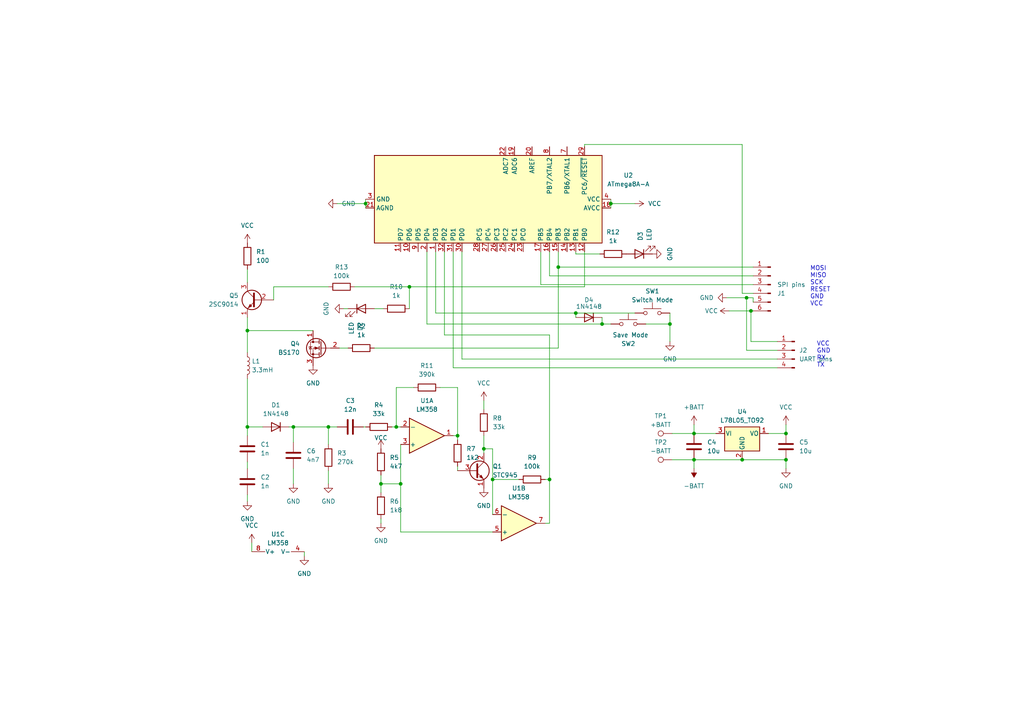
<source format=kicad_sch>
(kicad_sch (version 20230121) (generator eeschema)
  (paper "A4")
  (lib_symbols
    (symbol "Amplifier_Operational:LM358" (pin_names (offset 0.127))
      (property "Reference" "U" (at 0 5.08 0))
      (property "Value" "LM358" (at 0 -5.08 0))
      (symbol "LM358_1_1"
        (polyline (pts (xy -5.08 5.08) (xy 5.08 0) (xy -5.08 -5.08) (xy -5.08 5.08)) (stroke (width 0.254)) (fill (type background)))
        (pin output line (at 7.62 0 180) (length 2.54) (name "~") (number "1"))
        (pin input line (at -7.62 -2.54 0) (length 2.54) (name "-") (number "2"))
        (pin input line (at -7.62 2.54 0) (length 2.54) (name "+") (number "3"))
      )
      (symbol "LM358_2_1"
        (polyline (pts (xy -5.08 5.08) (xy 5.08 0) (xy -5.08 -5.08) (xy -5.08 5.08)) (stroke (width 0.254)) (fill (type background)))
        (pin input line (at -7.62 2.54 0) (length 2.54) (name "+") (number "5"))
        (pin input line (at -7.62 -2.54 0) (length 2.54) (name "-") (number "6"))
        (pin output line (at 7.62 0 180) (length 2.54) (name "~") (number "7"))
      )
      (symbol "LM358_3_1"
        (pin power_in line (at -2.54 -7.62 90) (length 3.81) (name "V-") (number "4"))
        (pin power_in line (at -2.54 7.62 270) (length 3.81) (name "V+") (number "8"))
      )
    )
    (symbol "Connector:Conn_01x04_Pin" (pin_names (offset 1.016) hide)
      (property "Reference" "J" (at 0 5.08 0))
      (property "Value" "Conn_01x04_Pin" (at 0 -7.62 0))
      (symbol "Conn_01x04_Pin_1_1"
        (polyline (pts (xy 1.27 -5.08) (xy 0.8636 -5.08)) (stroke (width 0.1524)))
        (polyline (pts (xy 1.27 -2.54) (xy 0.8636 -2.54)) (stroke (width 0.1524)))
        (polyline (pts (xy 1.27 0) (xy 0.8636 0)) (stroke (width 0.1524)))
        (polyline (pts (xy 1.27 2.54) (xy 0.8636 2.54)) (stroke (width 0.1524)))
        (rectangle (start 0.8636 -4.953) (end 0 -5.207) (stroke (width 0.1524)) (fill (type outline)))
        (rectangle (start 0.8636 -2.413) (end 0 -2.667) (stroke (width 0.1524)) (fill (type outline)))
        (rectangle (start 0.8636 0.127) (end 0 -0.127) (stroke (width 0.1524)) (fill (type outline)))
        (rectangle (start 0.8636 2.667) (end 0 2.413) (stroke (width 0.1524)) (fill (type outline)))
        (pin passive line (at 5.08 2.54 180) (length 3.81) (name "Pin_1") (number "1"))
        (pin passive line (at 5.08 0 180) (length 3.81) (name "Pin_2") (number "2"))
        (pin passive line (at 5.08 -2.54 180) (length 3.81) (name "Pin_3") (number "3"))
        (pin passive line (at 5.08 -5.08 180) (length 3.81) (name "Pin_4") (number "4"))
      )
    )
    (symbol "Connector:Conn_01x06_Pin" (pin_names (offset 1.016) hide)
      (property "Reference" "J" (at 0 7.62 0))
      (property "Value" "Conn_01x06_Pin" (at 0 -10.16 0))
      (symbol "Conn_01x06_Pin_1_1"
        (polyline (pts (xy 1.27 -7.62) (xy 0.8636 -7.62)) (stroke (width 0.1524)))
        (polyline (pts (xy 1.27 -5.08) (xy 0.8636 -5.08)) (stroke (width 0.1524)))
        (polyline (pts (xy 1.27 -2.54) (xy 0.8636 -2.54)) (stroke (width 0.1524)))
        (polyline (pts (xy 1.27 0) (xy 0.8636 0)) (stroke (width 0.1524)))
        (polyline (pts (xy 1.27 2.54) (xy 0.8636 2.54)) (stroke (width 0.1524)))
        (polyline (pts (xy 1.27 5.08) (xy 0.8636 5.08)) (stroke (width 0.1524)))
        (rectangle (start 0.8636 -7.493) (end 0 -7.747) (stroke (width 0.1524)) (fill (type outline)))
        (rectangle (start 0.8636 -4.953) (end 0 -5.207) (stroke (width 0.1524)) (fill (type outline)))
        (rectangle (start 0.8636 -2.413) (end 0 -2.667) (stroke (width 0.1524)) (fill (type outline)))
        (rectangle (start 0.8636 0.127) (end 0 -0.127) (stroke (width 0.1524)) (fill (type outline)))
        (rectangle (start 0.8636 2.667) (end 0 2.413) (stroke (width 0.1524)) (fill (type outline)))
        (rectangle (start 0.8636 5.207) (end 0 4.953) (stroke (width 0.1524)) (fill (type outline)))
        (pin passive line (at 5.08 5.08 180) (length 3.81) (name "Pin_1") (number "1"))
        (pin passive line (at 5.08 2.54 180) (length 3.81) (name "Pin_2") (number "2"))
        (pin passive line (at 5.08 0 180) (length 3.81) (name "Pin_3") (number "3"))
        (pin passive line (at 5.08 -2.54 180) (length 3.81) (name "Pin_4") (number "4"))
        (pin passive line (at 5.08 -5.08 180) (length 3.81) (name "Pin_5") (number "5"))
        (pin passive line (at 5.08 -7.62 180) (length 3.81) (name "Pin_6") (number "6"))
      )
    )
    (symbol "Connector:TestPoint" (pin_numbers hide) (pin_names (offset 0.762) hide)
      (property "Reference" "TP" (at 0 6.858 0))
      (property "Value" "TestPoint" (at 0 5.08 0))
      (symbol "TestPoint_0_1"
        (circle (center 0 3.302) (radius 0.762))
      )
      (symbol "TestPoint_1_1"
        (pin passive line (at 0 0 90) (length 2.54) (name "1") (number "1"))
      )
    )
    (symbol "Device:C" (pin_numbers hide) (pin_names (offset 0.254))
      (property "Reference" "C" (at 0.635 2.54 0))
      (property "Value" "C" (at 0.635 -2.54 0))
      (symbol "C_0_1"
        (polyline (pts (xy -2.032 -0.762) (xy 2.032 -0.762)) (stroke (width 0.508)))
        (polyline (pts (xy -2.032 0.762) (xy 2.032 0.762)) (stroke (width 0.508)))
      )
      (symbol "C_1_1"
        (pin passive line (at 0 3.81 270) (length 2.794) (name "~") (number "1"))
        (pin passive line (at 0 -3.81 90) (length 2.794) (name "~") (number "2"))
      )
    )
    (symbol "Device:L" (pin_numbers hide) (pin_names (offset 1.016) hide)
      (property "Reference" "L" (at -1.27 0 90))
      (property "Value" "L" (at 1.905 0 90))
      (symbol "L_0_1"
        (arc (start 0 -2.54) (mid 0.6323 -1.905) (end 0 -1.27))
        (arc (start 0 -1.27) (mid 0.6323 -0.635) (end 0 0))
        (arc (start 0 0) (mid 0.6323 0.635) (end 0 1.27))
        (arc (start 0 1.27) (mid 0.6323 1.905) (end 0 2.54))
      )
      (symbol "L_1_1"
        (pin passive line (at 0 3.81 270) (length 1.27) (name "1") (number "1"))
        (pin passive line (at 0 -3.81 90) (length 1.27) (name "2") (number "2"))
      )
    )
    (symbol "Device:LED" (pin_numbers hide) (pin_names (offset 1.016) hide)
      (property "Reference" "D" (at 0 2.54 0))
      (property "Value" "LED" (at 0 -2.54 0))
      (symbol "LED_0_1"
        (polyline (pts (xy -1.27 -1.27) (xy -1.27 1.27)) (stroke (width 0.254)))
        (polyline (pts (xy -1.27 0) (xy 1.27 0)))
        (polyline (pts (xy 1.27 -1.27) (xy 1.27 1.27) (xy -1.27 0) (xy 1.27 -1.27)) (stroke (width 0.254)))
        (polyline (pts (xy -3.048 -0.762) (xy -4.572 -2.286) (xy -3.81 -2.286) (xy -4.572 -2.286) (xy -4.572 -1.524)))
        (polyline (pts (xy -1.778 -0.762) (xy -3.302 -2.286) (xy -2.54 -2.286) (xy -3.302 -2.286) (xy -3.302 -1.524)))
      )
      (symbol "LED_1_1"
        (pin passive line (at -3.81 0 0) (length 2.54) (name "K") (number "1"))
        (pin passive line (at 3.81 0 180) (length 2.54) (name "A") (number "2"))
      )
    )
    (symbol "Device:Q_NPN_EBC" (pin_names (offset 0) hide)
      (property "Reference" "Q" (at 5.08 1.27 0))
      (property "Value" "Q_NPN_EBC" (at 5.08 -1.27 0))
      (symbol "Q_NPN_EBC_0_1"
        (polyline (pts (xy 0.635 0.635) (xy 2.54 2.54)))
        (polyline (pts (xy 0.635 -0.635) (xy 2.54 -2.54) (xy 2.54 -2.54)))
        (polyline (pts (xy 0.635 1.905) (xy 0.635 -1.905) (xy 0.635 -1.905)) (stroke (width 0.508)))
        (polyline (pts (xy 1.27 -1.778) (xy 1.778 -1.27) (xy 2.286 -2.286) (xy 1.27 -1.778) (xy 1.27 -1.778)) (fill (type outline)))
        (circle (center 1.27 0) (radius 2.8194) (stroke (width 0.254)))
      )
      (symbol "Q_NPN_EBC_1_1"
        (pin passive line (at 2.54 -5.08 90) (length 2.54) (name "E") (number "1"))
        (pin passive line (at -5.08 0 0) (length 5.715) (name "B") (number "2"))
        (pin passive line (at 2.54 5.08 270) (length 2.54) (name "C") (number "3"))
      )
    )
    (symbol "Device:Q_NPN_ECB" (pin_names (offset 0) hide)
      (property "Reference" "Q" (at 5.08 1.27 0))
      (property "Value" "Q_NPN_ECB" (at 5.08 -1.27 0))
      (symbol "Q_NPN_ECB_0_1"
        (polyline (pts (xy 0.635 0.635) (xy 2.54 2.54)))
        (polyline (pts (xy 0.635 -0.635) (xy 2.54 -2.54) (xy 2.54 -2.54)))
        (polyline (pts (xy 0.635 1.905) (xy 0.635 -1.905) (xy 0.635 -1.905)) (stroke (width 0.508)))
        (polyline (pts (xy 1.27 -1.778) (xy 1.778 -1.27) (xy 2.286 -2.286) (xy 1.27 -1.778) (xy 1.27 -1.778)) (fill (type outline)))
        (circle (center 1.27 0) (radius 2.8194) (stroke (width 0.254)))
      )
      (symbol "Q_NPN_ECB_1_1"
        (pin passive line (at 2.54 -5.08 90) (length 2.54) (name "E") (number "1"))
        (pin passive line (at 2.54 5.08 270) (length 2.54) (name "C") (number "2"))
        (pin passive line (at -5.08 0 0) (length 5.715) (name "B") (number "3"))
      )
    )
    (symbol "Device:R" (pin_numbers hide) (pin_names (offset 0))
      (property "Reference" "R" (at 2.032 0 90))
      (property "Value" "R" (at 0 0 90))
      (symbol "R_0_1"
        (rectangle (start -1.016 -2.54) (end 1.016 2.54) (stroke (width 0.254)))
      )
      (symbol "R_1_1"
        (pin passive line (at 0 3.81 270) (length 1.27) (name "~") (number "1"))
        (pin passive line (at 0 -3.81 90) (length 1.27) (name "~") (number "2"))
      )
    )
    (symbol "Diode:1N4148" (pin_numbers hide) (pin_names hide)
      (property "Reference" "D" (at 0 2.54 0))
      (property "Value" "1N4148" (at 0 -2.54 0))
      (symbol "1N4148_0_1"
        (polyline (pts (xy -1.27 1.27) (xy -1.27 -1.27)) (stroke (width 0.254)))
        (polyline (pts (xy 1.27 0) (xy -1.27 0)))
        (polyline (pts (xy 1.27 1.27) (xy 1.27 -1.27) (xy -1.27 0) (xy 1.27 1.27)) (stroke (width 0.254)))
      )
      (symbol "1N4148_1_1"
        (pin passive line (at -3.81 0 0) (length 2.54) (name "K") (number "1"))
        (pin passive line (at 3.81 0 180) (length 2.54) (name "A") (number "2"))
      )
    )
    (symbol "MCU_Microchip_ATmega:ATmega8A-A"
      (property "Reference" "U" (at -12.7 34.29 0))
      (property "Value" "ATmega8A-A" (at 5.08 -34.29 0))
      (symbol "ATmega8A-A_0_1"
        (rectangle (start -12.7 -33.02) (end 12.7 33.02) (stroke (width 0.254)) (fill (type background)))
      )
      (symbol "ATmega8A-A_1_1"
        (pin bidirectional line (at 15.24 -15.24 180) (length 2.54) (name "PD3") (number "1"))
        (pin bidirectional line (at 15.24 -22.86 180) (length 2.54) (name "PD6") (number "10"))
        (pin bidirectional line (at 15.24 -25.4 180) (length 2.54) (name "PD7") (number "11"))
        (pin bidirectional line (at 15.24 27.94 180) (length 2.54) (name "PB0") (number "12"))
        (pin bidirectional line (at 15.24 25.4 180) (length 2.54) (name "PB1") (number "13"))
        (pin bidirectional line (at 15.24 22.86 180) (length 2.54) (name "PB2") (number "14"))
        (pin bidirectional line (at 15.24 20.32 180) (length 2.54) (name "PB3") (number "15"))
        (pin bidirectional line (at 15.24 17.78 180) (length 2.54) (name "PB4") (number "16"))
        (pin bidirectional line (at 15.24 15.24 180) (length 2.54) (name "PB5") (number "17"))
        (pin power_in line (at 2.54 35.56 270) (length 2.54) (name "AVCC") (number "18"))
        (pin input line (at -15.24 7.62 0) (length 2.54) (name "ADC6") (number "19"))
        (pin bidirectional line (at 15.24 -17.78 180) (length 2.54) (name "PD4") (number "2"))
        (pin passive line (at -15.24 12.7 0) (length 2.54) (name "AREF") (number "20"))
        (pin power_in line (at 2.54 -35.56 90) (length 2.54) (name "AGND") (number "21"))
        (pin input line (at -15.24 5.08 0) (length 2.54) (name "ADC7") (number "22"))
        (pin bidirectional line (at 15.24 10.16 180) (length 2.54) (name "PC0") (number "23"))
        (pin bidirectional line (at 15.24 7.62 180) (length 2.54) (name "PC1") (number "24"))
        (pin bidirectional line (at 15.24 5.08 180) (length 2.54) (name "PC2") (number "25"))
        (pin bidirectional line (at 15.24 2.54 180) (length 2.54) (name "PC3") (number "26"))
        (pin bidirectional line (at 15.24 0 180) (length 2.54) (name "PC4") (number "27"))
        (pin bidirectional line (at 15.24 -2.54 180) (length 2.54) (name "PC5") (number "28"))
        (pin bidirectional line (at -15.24 27.94 0) (length 2.54) (name "PC6/~{RESET}") (number "29"))
        (pin power_in line (at 0 -35.56 90) (length 2.54) (name "GND") (number "3"))
        (pin bidirectional line (at 15.24 -7.62 180) (length 2.54) (name "PD0") (number "30"))
        (pin bidirectional line (at 15.24 -10.16 180) (length 2.54) (name "PD1") (number "31"))
        (pin bidirectional line (at 15.24 -12.7 180) (length 2.54) (name "PD2") (number "32"))
        (pin power_in line (at 0 35.56 270) (length 2.54) (name "VCC") (number "4"))
        (pin passive line (at 0 -35.56 90) (length 2.54) hide (name "GND") (number "5"))
        (pin passive line (at 0 35.56 270) (length 2.54) hide (name "VCC") (number "6"))
        (pin bidirectional line (at -15.24 22.86 0) (length 2.54) (name "PB6/XTAL1") (number "7"))
        (pin bidirectional line (at -15.24 17.78 0) (length 2.54) (name "PB7/XTAL2") (number "8"))
        (pin bidirectional line (at 15.24 -20.32 180) (length 2.54) (name "PD5") (number "9"))
      )
    )
    (symbol "Regulator_Linear:L78L05_TO92" (pin_names (offset 0.254))
      (property "Reference" "U" (at -3.81 3.175 0))
      (property "Value" "L78L05_TO92" (at 0 3.175 0))
      (symbol "L78L05_TO92_0_1"
        (rectangle (start -5.08 -5.08) (end 5.08 1.905) (stroke (width 0.254)) (fill (type background)))
      )
      (symbol "L78L05_TO92_1_1"
        (pin power_out line (at 7.62 0 180) (length 2.54) (name "VO") (number "1"))
        (pin power_in line (at 0 -7.62 90) (length 2.54) (name "GND") (number "2"))
        (pin power_in line (at -7.62 0 0) (length 2.54) (name "VI") (number "3"))
      )
    )
    (symbol "Switch:SW_Push" (pin_numbers hide) (pin_names (offset 1.016) hide)
      (property "Reference" "SW" (at 1.27 2.54 0))
      (property "Value" "SW_Push" (at 0 -1.524 0))
      (symbol "SW_Push_0_1"
        (circle (center -2.032 0) (radius 0.508))
        (polyline (pts (xy 0 1.27) (xy 0 3.048)))
        (polyline (pts (xy 2.54 1.27) (xy -2.54 1.27)))
        (circle (center 2.032 0) (radius 0.508))
        (pin passive line (at -5.08 0 0) (length 2.54) (name "1") (number "1"))
        (pin passive line (at 5.08 0 180) (length 2.54) (name "2") (number "2"))
      )
    )
    (symbol "Transistor_FET:BS170" (pin_names hide)
      (property "Reference" "Q" (at 5.08 1.905 0))
      (property "Value" "BS170" (at 5.08 0 0))
      (symbol "BS170_0_1"
        (polyline (pts (xy 0.254 0) (xy -2.54 0)))
        (polyline (pts (xy 0.254 1.905) (xy 0.254 -1.905)) (stroke (width 0.254)))
        (polyline (pts (xy 0.762 -1.27) (xy 0.762 -2.286)) (stroke (width 0.254)))
        (polyline (pts (xy 0.762 0.508) (xy 0.762 -0.508)) (stroke (width 0.254)))
        (polyline (pts (xy 0.762 2.286) (xy 0.762 1.27)) (stroke (width 0.254)))
        (polyline (pts (xy 2.54 2.54) (xy 2.54 1.778)))
        (polyline (pts (xy 2.54 -2.54) (xy 2.54 0) (xy 0.762 0)))
        (polyline (pts (xy 0.762 -1.778) (xy 3.302 -1.778) (xy 3.302 1.778) (xy 0.762 1.778)))
        (polyline (pts (xy 1.016 0) (xy 2.032 0.381) (xy 2.032 -0.381) (xy 1.016 0)) (fill (type outline)))
        (polyline (pts (xy 2.794 0.508) (xy 2.921 0.381) (xy 3.683 0.381) (xy 3.81 0.254)))
        (polyline (pts (xy 3.302 0.381) (xy 2.921 -0.254) (xy 3.683 -0.254) (xy 3.302 0.381)))
        (circle (center 1.651 0) (radius 2.794) (stroke (width 0.254)))
        (circle (center 2.54 -1.778) (radius 0.254) (fill (type outline)))
        (circle (center 2.54 1.778) (radius 0.254) (fill (type outline)))
      )
      (symbol "BS170_1_1"
        (pin passive line (at 2.54 5.08 270) (length 2.54) (name "D") (number "1"))
        (pin input line (at -5.08 0 0) (length 2.54) (name "G") (number "2"))
        (pin passive line (at 2.54 -5.08 90) (length 2.54) (name "S") (number "3"))
      )
    )
    (symbol "power:+BATT" (power) (pin_names (offset 0))
      (property "Value" "+BATT" (at 0 3.556 0))
      (symbol "+BATT_0_1"
        (polyline (pts (xy -0.762 1.27) (xy 0 2.54)))
        (polyline (pts (xy 0 0) (xy 0 2.54)))
        (polyline (pts (xy 0 2.54) (xy 0.762 1.27)))
      )
      (symbol "+BATT_1_1"
        (pin power_in line (at 0 0 90) (length 0) hide (name "+BATT") (number "1"))
      )
    )
    (symbol "power:-BATT" (power) (pin_names (offset 0))
      (property "Value" "-BATT" (at 0 3.556 0))
      (symbol "-BATT_0_1"
        (polyline (pts (xy 0 0) (xy 0 2.54)))
        (polyline (pts (xy 0.762 1.27) (xy -0.762 1.27) (xy 0 2.54) (xy 0.762 1.27)) (fill (type outline)))
      )
      (symbol "-BATT_1_1"
        (pin power_in line (at 0 0 90) (length 0) hide (name "-BATT") (number "1"))
      )
    )
    (symbol "power:GND" (power) (pin_names (offset 0))
      (property "Value" "GND" (at 0 -3.81 0))
      (symbol "GND_0_1"
        (polyline (pts (xy 0 0) (xy 0 -1.27) (xy 1.27 -1.27) (xy 0 -2.54) (xy -1.27 -1.27) (xy 0 -1.27)))
      )
      (symbol "GND_1_1"
        (pin power_in line (at 0 0 270) (length 0) hide (name "GND") (number "1"))
      )
    )
    (symbol "power:VCC" (power) (pin_names (offset 0))
      (property "Value" "VCC" (at 0 3.81 0))
      (symbol "VCC_0_1"
        (polyline (pts (xy -0.762 1.27) (xy 0 2.54)))
        (polyline (pts (xy 0 0) (xy 0 2.54)))
        (polyline (pts (xy 0 2.54) (xy 0.762 1.27)))
      )
      (symbol "VCC_1_1"
        (pin power_in line (at 0 0 90) (length 0) hide (name "VCC") (number "1"))
      )
    )
  )
  (junction (at 132.715 126.365))
  (junction (at 106.045 59.055))
  (junction (at 201.295 125.73))
  (junction (at 194.31 93.98))
  (junction (at 174.625 93.98))
  (junction (at 216.535 86.36))
  (junction (at 95.25 123.825))
  (junction (at 71.755 95.885))
  (junction (at 227.965 125.73))
  (junction (at 177.165 59.055))
  (junction (at 167.005 90.805))
  (junction (at 85.09 123.825))
  (junction (at 114.935 123.825))
  (junction (at 118.745 83.185))
  (junction (at 215.265 133.35))
  (junction (at 159.385 139.065))
  (junction (at 116.205 140.335))
  (junction (at 161.925 77.47))
  (junction (at 140.335 130.175))
  (junction (at 227.965 133.35))
  (junction (at 217.805 90.17))
  (junction (at 201.295 133.35))
  (junction (at 142.875 139.065))
  (junction (at 71.755 123.825))
  (junction (at 110.49 140.335))
  (wire (pts (xy 116.205 154.305) (xy 142.875 154.305)))
  (wire (pts (xy 83.82 123.825) (xy 85.09 123.825)))
  (wire (pts (xy 210.82 86.36) (xy 216.535 86.36)))
  (wire (pts (xy 71.755 123.825) (xy 76.2 123.825)))
  (wire (pts (xy 159.385 73.025) (xy 159.385 80.01)))
  (wire (pts (xy 120.015 112.395) (xy 114.935 112.395)))
  (wire (pts (xy 227.965 133.35) (xy 227.965 135.89)))
  (wire (pts (xy 95.25 123.825) (xy 95.25 128.905)))
  (wire (pts (xy 140.335 116.205) (xy 140.335 118.745)))
  (wire (pts (xy 174.625 92.075) (xy 174.625 93.98)))
  (wire (pts (xy 167.005 90.805) (xy 167.005 92.075)))
  (wire (pts (xy 167.005 73.025) (xy 167.005 73.66)))
  (wire (pts (xy 161.925 77.47) (xy 161.925 100.965)))
  (wire (pts (xy 161.925 73.025) (xy 161.925 77.47)))
  (wire (pts (xy 79.375 83.185) (xy 79.375 86.995)))
  (wire (pts (xy 108.585 89.535) (xy 111.125 89.535)))
  (wire (pts (xy 71.755 143.51) (xy 71.755 145.415)))
  (wire (pts (xy 184.15 90.805) (xy 167.005 90.805)))
  (wire (pts (xy 126.365 73.025) (xy 126.365 90.805)))
  (wire (pts (xy 167.005 90.805) (xy 126.365 90.805)))
  (wire (pts (xy 169.545 41.91) (xy 169.545 42.545)))
  (wire (pts (xy 225.425 101.6) (xy 216.535 101.6)))
  (wire (pts (xy 118.745 83.185) (xy 169.545 83.185)))
  (wire (pts (xy 217.805 90.17) (xy 217.805 99.06)))
  (wire (pts (xy 215.265 85.09) (xy 218.44 85.09)))
  (wire (pts (xy 159.385 97.155) (xy 159.385 139.065)))
  (wire (pts (xy 227.965 125.73) (xy 227.965 123.19)))
  (wire (pts (xy 194.31 93.98) (xy 194.31 99.06)))
  (wire (pts (xy 132.715 126.365) (xy 132.715 127.635)))
  (wire (pts (xy 142.875 149.225) (xy 142.875 139.065)))
  (wire (pts (xy 85.09 123.825) (xy 95.25 123.825)))
  (wire (pts (xy 132.715 135.255) (xy 132.715 136.525)))
  (wire (pts (xy 71.755 133.985) (xy 71.755 135.89)))
  (wire (pts (xy 194.31 90.805) (xy 194.31 93.98)))
  (wire (pts (xy 225.425 99.06) (xy 217.805 99.06)))
  (wire (pts (xy 85.09 135.89) (xy 85.09 140.335)))
  (wire (pts (xy 140.335 126.365) (xy 140.335 130.175)))
  (wire (pts (xy 132.715 126.365) (xy 131.445 126.365)))
  (wire (pts (xy 167.005 73.66) (xy 173.99 73.66)))
  (wire (pts (xy 201.295 133.35) (xy 201.295 135.89)))
  (wire (pts (xy 133.985 73.025) (xy 133.985 104.14)))
  (wire (pts (xy 217.805 90.17) (xy 218.44 90.17)))
  (wire (pts (xy 97.79 59.055) (xy 106.045 59.055)))
  (wire (pts (xy 114.935 123.825) (xy 116.205 123.825)))
  (wire (pts (xy 140.335 130.175) (xy 140.335 131.445)))
  (wire (pts (xy 218.44 77.47) (xy 161.925 77.47)))
  (wire (pts (xy 177.165 57.785) (xy 177.165 59.055)))
  (wire (pts (xy 108.585 100.965) (xy 161.925 100.965)))
  (wire (pts (xy 110.49 137.795) (xy 110.49 140.335)))
  (wire (pts (xy 211.455 90.17) (xy 217.805 90.17)))
  (wire (pts (xy 106.045 123.825) (xy 105.41 123.825)))
  (wire (pts (xy 194.945 125.73) (xy 201.295 125.73)))
  (wire (pts (xy 102.87 83.185) (xy 118.745 83.185)))
  (wire (pts (xy 133.985 104.14) (xy 225.425 104.14)))
  (wire (pts (xy 114.935 123.825) (xy 113.665 123.825)))
  (wire (pts (xy 98.425 100.965) (xy 100.965 100.965)))
  (wire (pts (xy 218.44 86.36) (xy 218.44 87.63)))
  (wire (pts (xy 95.25 123.825) (xy 97.79 123.825)))
  (wire (pts (xy 71.755 123.825) (xy 71.755 126.365)))
  (wire (pts (xy 216.535 86.36) (xy 216.535 101.6)))
  (wire (pts (xy 110.49 140.335) (xy 110.49 142.875)))
  (wire (pts (xy 159.385 80.01) (xy 218.44 80.01)))
  (wire (pts (xy 114.935 112.395) (xy 114.935 123.825)))
  (wire (pts (xy 159.385 139.065) (xy 159.385 151.765)))
  (wire (pts (xy 79.375 83.185) (xy 95.25 83.185)))
  (wire (pts (xy 116.205 140.335) (xy 110.49 140.335)))
  (wire (pts (xy 177.165 59.055) (xy 184.15 59.055)))
  (wire (pts (xy 90.805 95.885) (xy 71.755 95.885)))
  (wire (pts (xy 169.545 41.91) (xy 215.265 41.91)))
  (wire (pts (xy 132.715 112.395) (xy 132.715 126.365)))
  (wire (pts (xy 123.825 73.025) (xy 123.825 93.98)))
  (wire (pts (xy 177.165 59.055) (xy 177.165 60.325)))
  (wire (pts (xy 215.265 41.91) (xy 215.265 85.09)))
  (wire (pts (xy 156.845 82.55) (xy 218.44 82.55)))
  (wire (pts (xy 95.25 136.525) (xy 95.25 140.335)))
  (wire (pts (xy 131.445 73.025) (xy 131.445 106.68)))
  (wire (pts (xy 142.875 130.175) (xy 140.335 130.175)))
  (wire (pts (xy 142.875 139.065) (xy 142.875 130.175)))
  (wire (pts (xy 127.635 112.395) (xy 132.715 112.395)))
  (wire (pts (xy 100.965 89.535) (xy 99.695 89.535)))
  (wire (pts (xy 116.205 128.905) (xy 116.205 140.335)))
  (wire (pts (xy 71.755 92.075) (xy 71.755 95.885)))
  (wire (pts (xy 123.825 93.98) (xy 174.625 93.98)))
  (wire (pts (xy 106.045 57.785) (xy 106.045 59.055)))
  (wire (pts (xy 71.755 109.855) (xy 71.755 123.825)))
  (wire (pts (xy 110.49 151.765) (xy 110.49 150.495)))
  (wire (pts (xy 194.945 133.35) (xy 201.295 133.35)))
  (wire (pts (xy 187.325 93.98) (xy 194.31 93.98)))
  (wire (pts (xy 85.09 123.825) (xy 85.09 128.27)))
  (wire (pts (xy 159.385 139.065) (xy 158.115 139.065)))
  (wire (pts (xy 116.205 140.335) (xy 116.205 154.305)))
  (wire (pts (xy 158.115 151.765) (xy 159.385 151.765)))
  (wire (pts (xy 128.905 97.155) (xy 128.905 73.025)))
  (wire (pts (xy 201.295 125.73) (xy 207.645 125.73)))
  (wire (pts (xy 222.885 125.73) (xy 227.965 125.73)))
  (wire (pts (xy 71.755 78.105) (xy 71.755 81.915)))
  (wire (pts (xy 118.745 83.185) (xy 118.745 89.535)))
  (wire (pts (xy 159.385 97.155) (xy 128.905 97.155)))
  (wire (pts (xy 201.295 133.35) (xy 215.265 133.35)))
  (wire (pts (xy 131.445 106.68) (xy 225.425 106.68)))
  (wire (pts (xy 174.625 93.98) (xy 177.165 93.98)))
  (wire (pts (xy 88.265 161.29) (xy 88.265 160.02)))
  (wire (pts (xy 156.845 73.025) (xy 156.845 82.55)))
  (wire (pts (xy 169.545 83.185) (xy 169.545 73.025)))
  (wire (pts (xy 142.875 139.065) (xy 150.495 139.065)))
  (wire (pts (xy 216.535 86.36) (xy 218.44 86.36)))
  (wire (pts (xy 71.755 95.885) (xy 71.755 102.235)))
  (wire (pts (xy 215.265 133.35) (xy 227.965 133.35)))
  (wire (pts (xy 73.025 157.48) (xy 73.025 160.02)))
  (wire (pts (xy 106.045 59.055) (xy 106.045 60.325)))
  (wire (pts (xy 201.295 123.19) (xy 201.295 125.73)))
  (text "VCC\nGND\nRX\nTX" (at 236.855 106.68 0) (effects (font (size 1.27 1.27)) (justify left bottom)))
  (text "MOSI\nMISO\nSCK\nRESET\nGND\nVCC\n" (at 234.95 88.9 0) (effects (font (size 1.27 1.27)) (justify left bottom)))
  (symbol (lib_id "Regulator_Linear:L78L05_TO92") (at 215.265 125.73 0) (unit 1)
    (property "Reference" "U4" (at 215.265 119.38 0))
    (property "Value" "L78L05_TO92" (at 215.265 121.92 0))
    (property "Footprint" "Package_TO_SOT_THT:TO-92_Inline_Wide" (effects hide))
    (property "Datasheet" "http://www.st.com/content/ccc/resource/technical/document/datasheet/15/55/e5/aa/23/5b/43/fd/CD00000446.pdf/files/CD00000446.pdf/jcr:content/translations/en.CD00000446.pdf" (effects hide))
  )
  (symbol (lib_id "Device:R") (at 109.855 123.825 90) (unit 1)
    (property "Reference" "R4" (at 109.855 117.475 90))
    (property "Value" "33k" (at 109.855 120.015 90))
    (property "Footprint" "Resistor_THT:R_Axial_DIN0207_L6.3mm_D2.5mm_P10.16mm_Horizontal" (effects hide))
  )
  (symbol (lib_id "Device:C") (at 85.09 132.08 0) (unit 1)
    (property "Reference" "C6" (at 88.9 130.81 0) (effects (justify left)))
    (property "Value" "4n7" (at 88.9 133.35 0) (effects (justify left)))
    (property "Footprint" "Capacitor_THT:C_Disc_D5.0mm_W2.5mm_P5.00mm" (effects hide))
  )
  (symbol (lib_id "Device:C") (at 71.755 139.7 0) (unit 1)
    (property "Reference" "C2" (at 75.565 138.43 0) (effects (justify left)))
    (property "Value" "1n" (at 75.565 140.97 0) (effects (justify left)))
    (property "Footprint" "Capacitor_THT:C_Disc_D5.0mm_W2.5mm_P5.00mm" (effects hide))
  )
  (symbol (lib_id "power:GND") (at 95.25 140.335 0) (unit 1)
    (property "Reference" "#PWR04" (effects hide))
    (property "Value" "GND" (at 95.25 145.415 0))
  )
  (symbol (lib_id "Device:C") (at 71.755 130.175 0) (unit 1)
    (property "Reference" "C1" (at 75.565 128.905 0) (effects (justify left)))
    (property "Value" "1n" (at 75.565 131.445 0) (effects (justify left)))
    (property "Footprint" "Capacitor_THT:C_Disc_D5.0mm_W2.5mm_P5.00mm" (effects hide))
  )
  (symbol (lib_id "Device:R") (at 110.49 133.985 0) (unit 1)
    (property "Reference" "R5" (at 113.03 132.715 0) (effects (justify left)))
    (property "Value" "4k7" (at 113.03 135.255 0) (effects (justify left)))
    (property "Footprint" "Resistor_THT:R_Axial_DIN0207_L6.3mm_D2.5mm_P10.16mm_Horizontal" (effects hide))
  )
  (symbol (lib_id "power:GND") (at 189.23 73.66 90) (unit 1)
    (property "Reference" "#PWR014" (effects hide))
    (property "Value" "GND" (at 194.31 73.66 0))
  )
  (symbol (lib_id "MCU_Microchip_ATmega:ATmega8A-A") (at 141.605 57.785 270) (unit 1)
    (property "Reference" "U2" (at 182.245 50.8569 90))
    (property "Value" "ATmega8A-A" (at 182.245 53.3969 90))
    (property "Footprint" "Package_QFP:TQFP-32_7x7mm_P0.8mm" (effects hide))
    (property "Datasheet" "http://ww1.microchip.com/downloads/en/DeviceDoc/Microchip%208bit%20mcu%20AVR%20ATmega8A%20data%20sheet%2040001974A.pdf" (effects hide))
  )
  (symbol (lib_id "Diode:1N4148") (at 170.815 92.075 180) (unit 1)
    (property "Reference" "D4" (at 170.815 86.995 0))
    (property "Value" "1N4148" (at 170.815 88.9 0))
    (property "Footprint" "Diode_THT:D_DO-35_SOD27_P7.62mm_Horizontal" (effects hide))
    (property "Datasheet" "https://assets.nexperia.com/documents/data-sheet/1N4148_1N4448.pdf" (effects hide))
    (property "Sim.Device" "D" (effects hide))
    (property "Sim.Pins" "1=K 2=A" (effects hide))
  )
  (symbol (lib_id "power:GND") (at 140.335 141.605 0) (unit 1)
    (property "Reference" "#PWR08" (effects hide))
    (property "Value" "GND" (at 140.335 146.685 0))
  )
  (symbol (lib_id "Device:R") (at 114.935 89.535 270) (unit 1)
    (property "Reference" "R10" (at 114.935 83.185 90))
    (property "Value" "1k" (at 114.935 85.725 90))
    (property "Footprint" "Resistor_THT:R_Axial_DIN0207_L6.3mm_D2.5mm_P10.16mm_Horizontal" (effects hide))
  )
  (symbol (lib_id "Device:C") (at 201.295 129.54 0) (unit 1)
    (property "Reference" "C4" (at 205.105 128.27 0) (effects (justify left)))
    (property "Value" "10u" (at 205.105 130.81 0) (effects (justify left)))
    (property "Footprint" "Capacitor_THT:CP_Radial_D6.3mm_P2.50mm" (effects hide))
  )
  (symbol (lib_id "power:GND") (at 97.79 59.055 270) (unit 1)
    (property "Reference" "#PWR020" (effects hide))
    (property "Value" "GND" (at 99.06 59.055 90) (effects (justify left)))
  )
  (symbol (lib_id "power:+BATT") (at 201.295 123.19 0) (unit 1)
    (property "Reference" "#PWR016" (effects hide))
    (property "Value" "+BATT" (at 201.295 118.11 0))
  )
  (symbol (lib_id "Device:Q_NPN_EBC") (at 74.295 86.995 0) (mirror y) (unit 1)
    (property "Reference" "Q5" (at 69.215 85.725 0) (effects (justify left)))
    (property "Value" "2SC9014" (at 69.215 88.265 0) (effects (justify left)))
    (property "Footprint" "Package_TO_SOT_THT:TO-92L_Inline_Wide" (effects hide))
  )
  (symbol (lib_id "power:-BATT") (at 201.295 135.89 180) (unit 1)
    (property "Reference" "#PWR017" (effects hide))
    (property "Value" "-BATT" (at 201.295 140.97 0))
  )
  (symbol (lib_id "Device:LED") (at 104.775 89.535 0) (unit 1)
    (property "Reference" "D2" (at 104.4575 93.345 90) (effects (justify right)))
    (property "Value" "LED" (at 101.9175 93.345 90) (effects (justify right)))
    (property "Footprint" "LED_THT:LED_Rectangular_W5.0mm_H2.0mm" (effects hide))
  )
  (symbol (lib_id "Device:R") (at 104.775 100.965 90) (unit 1)
    (property "Reference" "R2" (at 104.775 94.615 90))
    (property "Value" "1k" (at 104.775 97.155 90))
    (property "Footprint" "Resistor_THT:R_Axial_DIN0207_L6.3mm_D2.5mm_P10.16mm_Horizontal" (effects hide))
  )
  (symbol (lib_id "power:GND") (at 88.265 161.29 0) (unit 1)
    (property "Reference" "#PWR011" (effects hide))
    (property "Value" "GND" (at 88.265 166.37 0))
  )
  (symbol (lib_id "power:VCC") (at 140.335 116.205 0) (unit 1)
    (property "Reference" "#PWR07" (effects hide))
    (property "Value" "VCC" (at 140.335 111.125 0))
  )
  (symbol (lib_id "Connector:Conn_01x06_Pin") (at 223.52 82.55 0) (mirror y) (unit 1)
    (property "Reference" "J1" (at 225.425 85.09 0) (effects (justify right)))
    (property "Value" "SPI pins" (at 225.425 82.55 0) (effects (justify right)))
    (property "Footprint" "Connector_PinHeader_2.54mm:PinHeader_1x06_P2.54mm_Vertical" (effects hide))
  )
  (symbol (lib_id "Connector:TestPoint") (at 194.945 133.35 90) (unit 1)
    (property "Reference" "TP2" (at 191.643 128.27 90))
    (property "Value" "-BATT" (at 191.643 130.81 90))
    (property "Footprint" "TestPoint:TestPoint_THTPad_D2.0mm_Drill1.0mm" (effects hide))
  )
  (symbol (lib_id "power:GND") (at 227.965 135.89 0) (unit 1)
    (property "Reference" "#PWR018" (effects hide))
    (property "Value" "GND" (at 227.965 140.97 0))
  )
  (symbol (lib_id "power:GND") (at 71.755 145.415 0) (unit 1)
    (property "Reference" "#PWR02" (effects hide))
    (property "Value" "GND" (at 71.755 150.495 0))
  )
  (symbol (lib_id "power:VCC") (at 227.965 123.19 0) (unit 1)
    (property "Reference" "#PWR015" (effects hide))
    (property "Value" "VCC" (at 227.965 118.11 0))
  )
  (symbol (lib_id "power:GND") (at 110.49 151.765 0) (unit 1)
    (property "Reference" "#PWR06" (effects hide))
    (property "Value" "GND" (at 110.49 156.845 0))
  )
  (symbol (lib_id "Device:C") (at 101.6 123.825 90) (unit 1)
    (property "Reference" "C3" (at 101.6 116.205 90))
    (property "Value" "12n" (at 101.6 118.745 90))
    (property "Footprint" "Capacitor_THT:C_Disc_D5.0mm_W2.5mm_P5.00mm" (effects hide))
  )
  (symbol (lib_id "power:GND") (at 85.09 140.335 0) (unit 1)
    (property "Reference" "#PWR03" (effects hide))
    (property "Value" "GND" (at 85.09 145.415 0))
  )
  (symbol (lib_id "power:VCC") (at 211.455 90.17 90) (unit 1)
    (property "Reference" "#PWR021" (effects hide))
    (property "Value" "VCC" (at 208.28 90.17 90) (effects (justify left)))
  )
  (symbol (lib_id "Connector:TestPoint") (at 194.945 125.73 90) (unit 1)
    (property "Reference" "TP1" (at 191.643 120.65 90))
    (property "Value" "+BATT" (at 191.643 123.19 90))
    (property "Footprint" "TestPoint:TestPoint_THTPad_D2.0mm_Drill1.0mm" (effects hide))
  )
  (symbol (lib_id "Transistor_FET:BS170") (at 93.345 100.965 0) (mirror y) (unit 1)
    (property "Reference" "Q4" (at 86.995 99.695 0) (effects (justify left)))
    (property "Value" "BS170" (at 86.995 102.235 0) (effects (justify left)))
    (property "Footprint" "Package_TO_SOT_THT:TO-92_Inline_Wide" (effects hide))
    (property "Datasheet" "https://www.onsemi.com/pub/Collateral/BS170-D.PDF" (effects hide))
  )
  (symbol (lib_id "power:VCC") (at 71.755 70.485 0) (unit 1)
    (property "Reference" "#PWR09" (effects hide))
    (property "Value" "VCC" (at 71.755 65.405 0))
  )
  (symbol (lib_id "Amplifier_Operational:LM358") (at 123.825 126.365 0) (mirror x) (unit 1)
    (property "Reference" "U1" (at 123.825 116.205 0))
    (property "Value" "LM358" (at 123.825 118.745 0))
    (property "Footprint" "Package_DIP:DIP-8_W7.62mm_LongPads" (effects hide))
    (property "Datasheet" "http://www.ti.com/lit/ds/symlink/lm2904-n.pdf" (effects hide))
  )
  (symbol (lib_id "power:VCC") (at 73.025 157.48 0) (unit 1)
    (property "Reference" "#PWR010" (effects hide))
    (property "Value" "VCC" (at 73.025 152.4 0))
  )
  (symbol (lib_id "power:GND") (at 210.82 86.36 270) (unit 1)
    (property "Reference" "#PWR022" (effects hide))
    (property "Value" "GND" (at 207.01 86.36 90) (effects (justify right)))
  )
  (symbol (lib_id "power:GND") (at 90.805 106.045 0) (unit 1)
    (property "Reference" "#PWR01" (effects hide))
    (property "Value" "GND" (at 90.805 111.125 0))
  )
  (symbol (lib_id "Device:LED") (at 185.42 73.66 180) (unit 1)
    (property "Reference" "D3" (at 185.7375 69.85 90) (effects (justify right)))
    (property "Value" "LED" (at 188.2775 69.85 90) (effects (justify right)))
    (property "Footprint" "LED_THT:LED_Rectangular_W5.0mm_H2.0mm" (effects hide))
  )
  (symbol (lib_id "Device:R") (at 132.715 131.445 0) (unit 1)
    (property "Reference" "R7" (at 135.255 130.175 0) (effects (justify left)))
    (property "Value" "1k2" (at 135.255 132.715 0) (effects (justify left)))
    (property "Footprint" "Resistor_THT:R_Axial_DIN0207_L6.3mm_D2.5mm_P10.16mm_Horizontal" (effects hide))
  )
  (symbol (lib_id "Device:R") (at 95.25 132.715 0) (unit 1)
    (property "Reference" "R3" (at 97.79 131.445 0) (effects (justify left)))
    (property "Value" "270k" (at 97.79 133.985 0) (effects (justify left)))
    (property "Footprint" "Resistor_THT:R_Axial_DIN0207_L6.3mm_D2.5mm_P10.16mm_Horizontal" (effects hide))
  )
  (symbol (lib_id "power:VCC") (at 110.49 130.175 0) (unit 1)
    (property "Reference" "#PWR05" (effects hide))
    (property "Value" "VCC" (at 110.49 127 0))
  )
  (symbol (lib_id "power:GND") (at 99.695 89.535 270) (unit 1)
    (property "Reference" "#PWR013" (effects hide))
    (property "Value" "GND" (at 94.615 89.535 0))
  )
  (symbol (lib_id "Device:C") (at 227.965 129.54 0) (unit 1)
    (property "Reference" "C5" (at 231.775 128.27 0) (effects (justify left)))
    (property "Value" "10u" (at 231.775 130.81 0) (effects (justify left)))
    (property "Footprint" "Capacitor_THT:CP_Radial_D6.3mm_P2.50mm" (effects hide))
  )
  (symbol (lib_id "Device:R") (at 71.755 74.295 0) (unit 1)
    (property "Reference" "R1" (at 74.295 73.025 0) (effects (justify left)))
    (property "Value" "100" (at 74.295 75.565 0) (effects (justify left)))
    (property "Footprint" "Resistor_THT:R_Axial_DIN0207_L6.3mm_D2.5mm_P10.16mm_Horizontal" (effects hide))
  )
  (symbol (lib_id "Device:R") (at 110.49 146.685 0) (unit 1)
    (property "Reference" "R6" (at 113.03 145.415 0) (effects (justify left)))
    (property "Value" "1k8" (at 113.03 147.955 0) (effects (justify left)))
    (property "Footprint" "Resistor_THT:R_Axial_DIN0207_L6.3mm_D2.5mm_P10.16mm_Horizontal" (effects hide))
  )
  (symbol (lib_id "Device:R") (at 140.335 122.555 0) (unit 1)
    (property "Reference" "R8" (at 142.875 121.285 0) (effects (justify left)))
    (property "Value" "33k" (at 142.875 123.825 0) (effects (justify left)))
    (property "Footprint" "Resistor_THT:R_Axial_DIN0207_L6.3mm_D2.5mm_P10.16mm_Horizontal" (effects hide))
  )
  (symbol (lib_id "Device:R") (at 123.825 112.395 90) (unit 1)
    (property "Reference" "R11" (at 123.825 106.045 90))
    (property "Value" "390k" (at 123.825 108.585 90))
    (property "Footprint" "Resistor_THT:R_Axial_DIN0207_L6.3mm_D2.5mm_P10.16mm_Horizontal" (effects hide))
  )
  (symbol (lib_id "Device:Q_NPN_ECB") (at 137.795 136.525 0) (unit 1)
    (property "Reference" "Q1" (at 142.875 135.255 0) (effects (justify left)))
    (property "Value" "STC945" (at 142.875 137.795 0) (effects (justify left)))
    (property "Footprint" "Package_TO_SOT_THT:TO-92L_Inline_Wide" (effects hide))
  )
  (symbol (lib_id "Device:R") (at 177.8 73.66 90) (unit 1)
    (property "Reference" "R12" (at 177.8 67.31 90))
    (property "Value" "1k" (at 177.8 69.85 90))
    (property "Footprint" "Resistor_THT:R_Axial_DIN0207_L6.3mm_D2.5mm_P10.16mm_Horizontal" (effects hide))
  )
  (symbol (lib_id "Amplifier_Operational:LM358") (at 150.495 151.765 0) (mirror x) (unit 2)
    (property "Reference" "U1" (at 150.495 141.605 0))
    (property "Value" "LM358" (at 150.495 144.145 0))
    (property "Footprint" "Package_DIP:DIP-8_W7.62mm_LongPads" (effects hide))
    (property "Datasheet" "http://www.ti.com/lit/ds/symlink/lm2904-n.pdf" (effects hide))
  )
  (symbol (lib_id "power:VCC") (at 184.15 59.055 270) (unit 1)
    (property "Reference" "#PWR019" (effects hide))
    (property "Value" "VCC" (at 187.96 59.055 90) (effects (justify left)))
  )
  (symbol (lib_id "Device:R") (at 99.06 83.185 270) (mirror x) (unit 1)
    (property "Reference" "R13" (at 99.06 77.47 90))
    (property "Value" "100k" (at 99.06 80.01 90))
    (property "Footprint" "Resistor_THT:R_Axial_DIN0207_L6.3mm_D2.5mm_P10.16mm_Horizontal" (effects hide))
  )
  (symbol (lib_id "Device:R") (at 154.305 139.065 90) (unit 1)
    (property "Reference" "R9" (at 154.305 132.715 90))
    (property "Value" "100k" (at 154.305 135.255 90))
    (property "Footprint" "Resistor_THT:R_Axial_DIN0207_L6.3mm_D2.5mm_P10.16mm_Horizontal" (effects hide))
  )
  (symbol (lib_id "Switch:SW_Push") (at 182.245 93.98 0) (unit 1)
    (property "Reference" "SW2" (at 182.245 99.695 0))
    (property "Value" "Save Mode" (at 182.88 97.155 0))
    (property "Footprint" "Button_Switch_THT:SW_PUSH_6mm_H5mm" (effects hide))
  )
  (symbol (lib_id "Switch:SW_Push") (at 189.23 90.805 0) (unit 1)
    (property "Reference" "SW1" (at 189.23 84.455 0))
    (property "Value" "Switch Mode" (at 189.23 86.995 0))
    (property "Footprint" "Button_Switch_THT:SW_PUSH_6mm_H5mm" (effects hide))
  )
  (symbol (lib_id "Amplifier_Operational:LM358") (at 80.645 162.56 90) (mirror x) (unit 3)
    (property "Reference" "U1" (at 80.645 154.94 90))
    (property "Value" "LM358" (at 80.645 157.48 90))
    (property "Footprint" "Package_DIP:DIP-8_W7.62mm_LongPads" (effects hide))
    (property "Datasheet" "http://www.ti.com/lit/ds/symlink/lm2904-n.pdf" (effects hide))
  )
  (symbol (lib_id "Connector:Conn_01x04_Pin") (at 230.505 101.6 0) (mirror y) (unit 1)
    (property "Reference" "J2" (at 231.775 101.6 0) (effects (justify right)))
    (property "Value" "UART pins" (at 231.775 104.14 0) (effects (justify right)))
    (property "Footprint" "Connector_PinHeader_2.54mm:PinHeader_1x04_P2.54mm_Vertical" (effects hide))
  )
  (symbol (lib_id "power:GND") (at 194.31 99.06 0) (unit 1)
    (property "Reference" "#PWR012" (effects hide))
    (property "Value" "GND" (at 194.31 104.14 0))
  )
  (symbol (lib_id "Diode:1N4148") (at 80.01 123.825 180) (unit 1)
    (property "Reference" "D1" (at 80.01 117.475 0))
    (property "Value" "1N4148" (at 80.01 120.015 0))
    (property "Footprint" "Diode_THT:D_DO-35_SOD27_P7.62mm_Horizontal" (effects hide))
    (property "Datasheet" "https://assets.nexperia.com/documents/data-sheet/1N4148_1N4448.pdf" (effects hide))
    (property "Sim.Device" "D" (effects hide))
    (property "Sim.Pins" "1=K 2=A" (effects hide))
  )
  (symbol (lib_id "Device:L") (at 71.755 106.045 0) (unit 1)
    (property "Reference" "L1" (at 73.025 104.775 0) (effects (justify left)))
    (property "Value" "3.3mH" (at 73.025 107.315 0) (effects (justify left)))
    (property "Footprint" "Inductor_THT:L_Axial_L7.0mm_D3.3mm_P5.08mm_Vertical_Fastron_MICC" (effects hide))
  )
)
</source>
